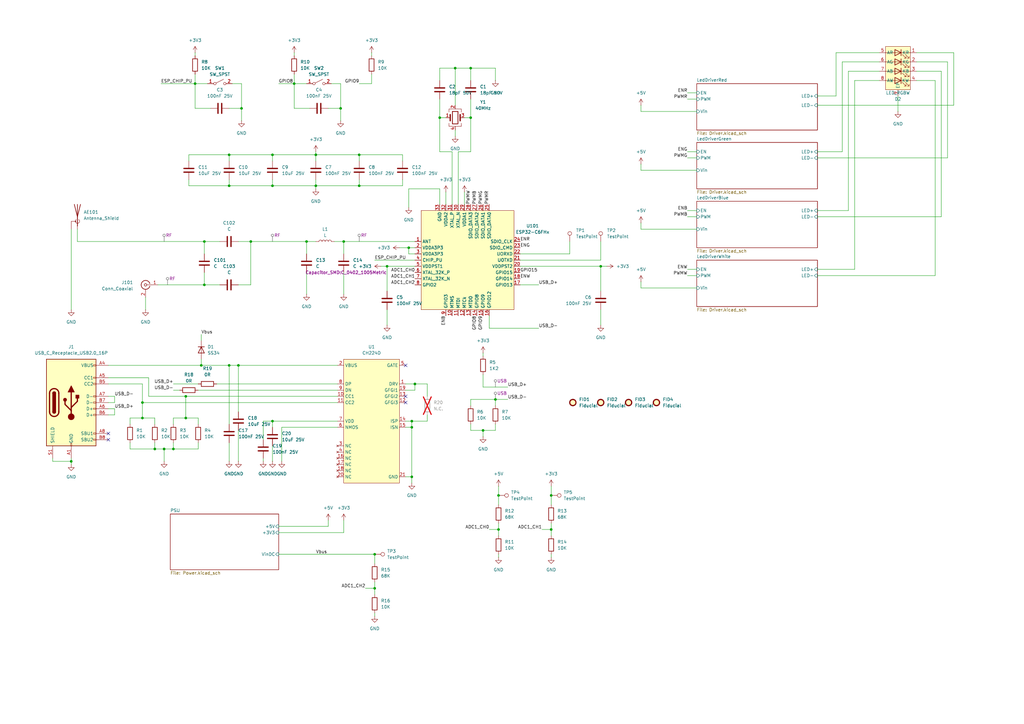
<source format=kicad_sch>
(kicad_sch (version 20250114) (generator "eeschema") (generator_version "9.0")
  (paper "A3")
  (junction (at 93.98 149.86))
  (junction (at 111.76 172.72))
  (junction (at 97.79 149.86))
  (junction (at 29.21 189.23))
  (junction (at 63.5 184.15))
  (junction (at 83.82 116.84))
  (junction (at 129.54 76.2))
  (junction (at 226.06 203.2))
  (junction (at 80.01 34.29))
  (junction (at 204.47 203.2))
  (junction (at 120.65 34.29))
  (junction (at 158.75 109.22))
  (junction (at 139.7 44.45))
  (junction (at 93.98 76.2))
  (junction (at 193.04 48.26))
  (junction (at 99.06 44.45))
  (junction (at 168.91 172.72))
  (junction (at 111.76 63.5))
  (junction (at 226.06 217.17))
  (junction (at 58.42 165.1))
  (junction (at 168.91 175.26))
  (junction (at 153.67 241.3))
  (junction (at 129.54 63.5))
  (junction (at 67.31 184.15))
  (junction (at 147.32 76.2))
  (junction (at 82.55 149.86))
  (junction (at 168.91 195.58))
  (junction (at 193.04 27.94))
  (junction (at 111.76 76.2))
  (junction (at 71.12 184.15))
  (junction (at 58.42 171.45))
  (junction (at 170.18 157.48))
  (junction (at 125.73 99.06))
  (junction (at 153.67 227.33))
  (junction (at 204.47 217.17))
  (junction (at 76.2 171.45))
  (junction (at 147.32 63.5))
  (junction (at 140.97 99.06))
  (junction (at 76.2 162.56))
  (junction (at 102.87 99.06))
  (junction (at 246.38 109.22))
  (junction (at 180.34 48.26))
  (junction (at 167.64 101.6))
  (junction (at 83.82 99.06))
  (junction (at 93.98 63.5))
  (junction (at 186.69 27.94))
  (junction (at 198.12 176.53))
  (junction (at 203.2 163.83))
  (no_connect (at 166.37 149.86))
  (no_connect (at 166.37 162.56))
  (no_connect (at 44.45 180.34))
  (no_connect (at 44.45 177.8))
  (no_connect (at 166.37 165.1))
  (wire (pts (xy 281.94 38.1) (xy 285.75 38.1)))
  (wire (pts (xy 193.04 176.53) (xy 193.04 173.99)))
  (wire (pts (xy 76.2 171.45) (xy 81.28 171.45)))
  (wire (pts (xy 125.73 99.06) (xy 129.54 99.06)))
  (wire (pts (xy 88.9 157.48) (xy 138.43 157.48)))
  (wire (pts (xy 213.36 116.84) (xy 220.98 116.84)))
  (wire (pts (xy 125.73 99.06) (xy 125.73 104.14)))
  (wire (pts (xy 335.28 64.77) (xy 388.62 64.77)))
  (wire (pts (xy 46.99 165.1) (xy 44.45 165.1)))
  (wire (pts (xy 222.25 217.17) (xy 226.06 217.17)))
  (wire (pts (xy 21.59 187.96) (xy 21.59 189.23)))
  (wire (pts (xy 165.1 73.66) (xy 165.1 76.2)))
  (wire (pts (xy 391.16 43.18) (xy 335.28 43.18)))
  (wire (pts (xy 193.04 27.94) (xy 193.04 33.02)))
  (wire (pts (xy 248.92 109.22) (xy 246.38 109.22)))
  (wire (pts (xy 375.92 21.59) (xy 391.16 21.59)))
  (wire (pts (xy 383.54 113.03) (xy 383.54 33.02)))
  (wire (pts (xy 58.42 157.48) (xy 44.45 157.48)))
  (wire (pts (xy 153.67 106.68) (xy 170.18 106.68)))
  (wire (pts (xy 262.89 67.31) (xy 262.89 69.85)))
  (wire (pts (xy 67.31 189.23) (xy 67.31 184.15)))
  (wire (pts (xy 203.2 176.53) (xy 198.12 176.53)))
  (wire (pts (xy 246.38 119.38) (xy 246.38 109.22)))
  (wire (pts (xy 73.66 160.02) (xy 71.12 160.02)))
  (wire (pts (xy 246.38 106.68) (xy 213.36 106.68)))
  (wire (pts (xy 203.2 27.94) (xy 193.04 27.94)))
  (wire (pts (xy 193.04 40.64) (xy 193.04 48.26)))
  (wire (pts (xy 120.65 44.45) (xy 120.65 34.29)))
  (wire (pts (xy 180.34 40.64) (xy 180.34 48.26)))
  (wire (pts (xy 166.37 172.72) (xy 168.91 172.72)))
  (wire (pts (xy 107.95 180.34) (xy 107.95 172.72)))
  (wire (pts (xy 342.9 21.59) (xy 360.68 21.59)))
  (wire (pts (xy 187.96 62.23) (xy 193.04 62.23)))
  (wire (pts (xy 114.3 227.33) (xy 153.67 227.33)))
  (wire (pts (xy 386.08 88.9) (xy 386.08 29.21)))
  (wire (pts (xy 111.76 63.5) (xy 129.54 63.5)))
  (wire (pts (xy 111.76 182.88) (xy 111.76 189.23)))
  (wire (pts (xy 71.12 184.15) (xy 81.28 184.15)))
  (wire (pts (xy 21.59 189.23) (xy 29.21 189.23)))
  (wire (pts (xy 80.01 44.45) (xy 80.01 34.29)))
  (wire (pts (xy 60.96 154.94) (xy 44.45 154.94)))
  (wire (pts (xy 226.06 199.39) (xy 226.06 203.2)))
  (wire (pts (xy 139.7 34.29) (xy 139.7 44.45)))
  (wire (pts (xy 262.89 45.72) (xy 262.89 43.18)))
  (wire (pts (xy 170.18 101.6) (xy 167.64 101.6)))
  (wire (pts (xy 44.45 149.86) (xy 82.55 149.86)))
  (wire (pts (xy 185.42 83.82) (xy 185.42 62.23)))
  (wire (pts (xy 180.34 33.02) (xy 180.34 27.94)))
  (wire (pts (xy 111.76 63.5) (xy 111.76 66.04)))
  (wire (pts (xy 140.97 111.76) (xy 140.97 120.65)))
  (wire (pts (xy 335.28 113.03) (xy 383.54 113.03)))
  (wire (pts (xy 208.28 163.83) (xy 203.2 163.83)))
  (wire (pts (xy 347.98 29.21) (xy 360.68 29.21)))
  (wire (pts (xy 97.79 116.84) (xy 102.87 116.84)))
  (wire (pts (xy 102.87 116.84) (xy 102.87 99.06)))
  (wire (pts (xy 111.76 76.2) (xy 111.76 73.66)))
  (wire (pts (xy 140.97 213.36) (xy 140.97 218.44)))
  (wire (pts (xy 391.16 21.59) (xy 391.16 43.18)))
  (wire (pts (xy 46.99 170.18) (xy 44.45 170.18)))
  (wire (pts (xy 120.65 30.48) (xy 120.65 34.29)))
  (wire (pts (xy 226.06 214.63) (xy 226.06 217.17)))
  (wire (pts (xy 200.66 129.54) (xy 200.66 134.62)))
  (wire (pts (xy 58.42 165.1) (xy 138.43 165.1)))
  (wire (pts (xy 76.2 162.56) (xy 60.96 162.56)))
  (wire (pts (xy 350.52 33.02) (xy 360.68 33.02)))
  (wire (pts (xy 167.64 104.14) (xy 170.18 104.14)))
  (wire (pts (xy 175.26 172.72) (xy 175.26 170.18)))
  (wire (pts (xy 64.77 116.84) (xy 83.82 116.84)))
  (wire (pts (xy 204.47 217.17) (xy 204.47 219.71)))
  (wire (pts (xy 147.32 63.5) (xy 147.32 66.04)))
  (wire (pts (xy 156.21 109.22) (xy 158.75 109.22)))
  (wire (pts (xy 99.06 34.29) (xy 99.06 44.45)))
  (wire (pts (xy 111.76 172.72) (xy 111.76 175.26)))
  (wire (pts (xy 63.5 184.15) (xy 63.5 181.61)))
  (wire (pts (xy 186.69 53.34) (xy 186.69 55.88)))
  (wire (pts (xy 138.43 172.72) (xy 111.76 172.72)))
  (wire (pts (xy 58.42 165.1) (xy 58.42 171.45)))
  (wire (pts (xy 97.79 149.86) (xy 138.43 149.86)))
  (wire (pts (xy 107.95 187.96) (xy 107.95 189.23)))
  (wire (pts (xy 134.62 44.45) (xy 139.7 44.45)))
  (wire (pts (xy 137.16 99.06) (xy 140.97 99.06)))
  (wire (pts (xy 262.89 69.85) (xy 285.75 69.85)))
  (wire (pts (xy 198.12 176.53) (xy 193.04 176.53)))
  (wire (pts (xy 46.99 167.64) (xy 46.99 170.18)))
  (wire (pts (xy 66.04 34.29) (xy 80.01 34.29)))
  (wire (pts (xy 213.36 109.22) (xy 246.38 109.22)))
  (wire (pts (xy 193.04 163.83) (xy 193.04 166.37)))
  (wire (pts (xy 203.2 173.99) (xy 203.2 176.53)))
  (wire (pts (xy 180.34 48.26) (xy 180.34 62.23)))
  (wire (pts (xy 203.2 163.83) (xy 203.2 166.37)))
  (wire (pts (xy 204.47 214.63) (xy 204.47 217.17)))
  (wire (pts (xy 388.62 64.77) (xy 388.62 25.4)))
  (wire (pts (xy 53.34 184.15) (xy 53.34 181.61)))
  (wire (pts (xy 285.75 93.98) (xy 262.89 93.98)))
  (wire (pts (xy 147.32 76.2) (xy 147.32 73.66)))
  (wire (pts (xy 81.28 157.48) (xy 71.12 157.48)))
  (wire (pts (xy 114.3 215.9) (xy 134.62 215.9)))
  (wire (pts (xy 77.47 63.5) (xy 93.98 63.5)))
  (wire (pts (xy 167.64 101.6) (xy 167.64 104.14)))
  (wire (pts (xy 71.12 171.45) (xy 76.2 171.45)))
  (wire (pts (xy 193.04 62.23) (xy 193.04 48.26)))
  (wire (pts (xy 168.91 195.58) (xy 166.37 195.58)))
  (wire (pts (xy 95.25 34.29) (xy 99.06 34.29)))
  (wire (pts (xy 185.42 62.23) (xy 180.34 62.23)))
  (wire (pts (xy 281.94 40.64) (xy 285.75 40.64)))
  (wire (pts (xy 135.89 34.29) (xy 139.7 34.29)))
  (wire (pts (xy 93.98 76.2) (xy 93.98 73.66)))
  (wire (pts (xy 59.69 121.92) (xy 59.69 127)))
  (wire (pts (xy 83.82 99.06) (xy 90.17 99.06)))
  (wire (pts (xy 166.37 175.26) (xy 168.91 175.26)))
  (wire (pts (xy 190.5 78.74) (xy 190.5 83.82)))
  (wire (pts (xy 120.65 21.59) (xy 120.65 22.86)))
  (wire (pts (xy 158.75 119.38) (xy 158.75 109.22)))
  (wire (pts (xy 226.06 217.17) (xy 226.06 219.71)))
  (wire (pts (xy 165.1 66.04) (xy 165.1 63.5)))
  (wire (pts (xy 93.98 76.2) (xy 111.76 76.2)))
  (wire (pts (xy 180.34 48.26) (xy 182.88 48.26)))
  (wire (pts (xy 71.12 184.15) (xy 71.12 181.61)))
  (wire (pts (xy 81.28 171.45) (xy 81.28 173.99)))
  (wire (pts (xy 187.96 83.82) (xy 187.96 62.23)))
  (wire (pts (xy 58.42 165.1) (xy 58.42 157.48)))
  (wire (pts (xy 166.37 157.48) (xy 170.18 157.48)))
  (wire (pts (xy 281.94 110.49) (xy 285.75 110.49)))
  (wire (pts (xy 77.47 73.66) (xy 77.47 76.2)))
  (wire (pts (xy 368.3 39.37) (xy 368.3 45.72)))
  (wire (pts (xy 125.73 111.76) (xy 125.73 120.65)))
  (wire (pts (xy 165.1 76.2) (xy 147.32 76.2)))
  (wire (pts (xy 129.54 76.2) (xy 147.32 76.2)))
  (wire (pts (xy 281.94 62.23) (xy 285.75 62.23)))
  (wire (pts (xy 193.04 48.26) (xy 190.5 48.26)))
  (wire (pts (xy 342.9 39.37) (xy 342.9 21.59)))
  (wire (pts (xy 111.76 76.2) (xy 129.54 76.2)))
  (wire (pts (xy 198.12 144.78) (xy 198.12 146.05)))
  (wire (pts (xy 29.21 187.96) (xy 29.21 189.23)))
  (wire (pts (xy 114.3 34.29) (xy 120.65 34.29)))
  (wire (pts (xy 208.28 158.75) (xy 198.12 158.75)))
  (wire (pts (xy 347.98 86.36) (xy 347.98 29.21)))
  (wire (pts (xy 129.54 63.5) (xy 129.54 66.04)))
  (wire (pts (xy 204.47 203.2) (xy 204.47 207.01)))
  (wire (pts (xy 83.82 104.14) (xy 83.82 99.06)))
  (wire (pts (xy 29.21 189.23) (xy 29.21 190.5)))
  (wire (pts (xy 200.66 134.62) (xy 220.98 134.62)))
  (wire (pts (xy 67.31 184.15) (xy 71.12 184.15)))
  (wire (pts (xy 147.32 34.29) (xy 152.4 34.29)))
  (wire (pts (xy 120.65 34.29) (xy 125.73 34.29)))
  (wire (pts (xy 165.1 63.5) (xy 147.32 63.5)))
  (wire (pts (xy 97.79 176.53) (xy 97.79 189.23)))
  (wire (pts (xy 82.55 137.16) (xy 82.55 139.7)))
  (wire (pts (xy 281.94 64.77) (xy 285.75 64.77)))
  (wire (pts (xy 29.21 93.98) (xy 29.21 127)))
  (wire (pts (xy 149.86 241.3) (xy 153.67 241.3)))
  (wire (pts (xy 46.99 162.56) (xy 46.99 165.1)))
  (wire (pts (xy 345.44 62.23) (xy 345.44 25.4)))
  (wire (pts (xy 246.38 127) (xy 246.38 133.35)))
  (wire (pts (xy 388.62 25.4) (xy 375.92 25.4)))
  (wire (pts (xy 281.94 88.9) (xy 285.75 88.9)))
  (wire (pts (xy 90.17 116.84) (xy 83.82 116.84)))
  (wire (pts (xy 285.75 45.72) (xy 262.89 45.72)))
  (wire (pts (xy 335.28 88.9) (xy 386.08 88.9)))
  (wire (pts (xy 31.75 99.06) (xy 83.82 99.06)))
  (wire (pts (xy 53.34 171.45) (xy 58.42 171.45)))
  (wire (pts (xy 152.4 21.59) (xy 152.4 22.86)))
  (wire (pts (xy 281.94 86.36) (xy 285.75 86.36)))
  (wire (pts (xy 76.2 162.56) (xy 138.43 162.56)))
  (wire (pts (xy 180.34 77.47) (xy 167.64 77.47)))
  (wire (pts (xy 163.83 101.6) (xy 167.64 101.6)))
  (wire (pts (xy 53.34 184.15) (xy 63.5 184.15)))
  (wire (pts (xy 158.75 127) (xy 158.75 133.35)))
  (wire (pts (xy 186.69 27.94) (xy 193.04 27.94)))
  (wire (pts (xy 246.38 99.06) (xy 246.38 106.68)))
  (wire (pts (xy 93.98 63.5) (xy 111.76 63.5)))
  (wire (pts (xy 83.82 116.84) (xy 83.82 111.76)))
  (wire (pts (xy 93.98 149.86) (xy 97.79 149.86)))
  (wire (pts (xy 262.89 93.98) (xy 262.89 91.44)))
  (wire (pts (xy 102.87 99.06) (xy 125.73 99.06)))
  (wire (pts (xy 76.2 162.56) (xy 76.2 171.45)))
  (wire (pts (xy 114.3 218.44) (xy 140.97 218.44)))
  (wire (pts (xy 107.95 172.72) (xy 111.76 172.72)))
  (wire (pts (xy 97.79 149.86) (xy 97.79 168.91)))
  (wire (pts (xy 99.06 44.45) (xy 99.06 49.53)))
  (wire (pts (xy 281.94 113.03) (xy 285.75 113.03)))
  (wire (pts (xy 82.55 147.32) (xy 82.55 149.86)))
  (wire (pts (xy 226.06 227.33) (xy 226.06 228.6)))
  (wire (pts (xy 203.2 163.83) (xy 193.04 163.83)))
  (wire (pts (xy 60.96 162.56) (xy 60.96 154.94)))
  (wire (pts (xy 153.67 238.76) (xy 153.67 241.3)))
  (wire (pts (xy 383.54 33.02) (xy 375.92 33.02)))
  (wire (pts (xy 186.69 27.94) (xy 186.69 43.18)))
  (wire (pts (xy 226.06 203.2) (xy 226.06 207.01)))
  (wire (pts (xy 93.98 63.5) (xy 93.98 66.04)))
  (wire (pts (xy 129.54 76.2) (xy 129.54 77.47)))
  (wire (pts (xy 335.28 62.23) (xy 345.44 62.23)))
  (wire (pts (xy 204.47 199.39) (xy 204.47 203.2)))
  (wire (pts (xy 86.36 44.45) (xy 80.01 44.45)))
  (wire (pts (xy 140.97 104.14) (xy 140.97 99.06)))
  (wire (pts (xy 180.34 83.82) (xy 180.34 77.47)))
  (wire (pts (xy 77.47 76.2) (xy 93.98 76.2)))
  (wire (pts (xy 175.26 162.56) (xy 175.26 157.48)))
  (wire (pts (xy 80.01 21.59) (xy 80.01 22.86)))
  (wire (pts (xy 31.75 99.06) (xy 31.75 93.98)))
  (wire (pts (xy 138.43 175.26) (xy 115.57 175.26)))
  (wire (pts (xy 58.42 171.45) (xy 63.5 171.45)))
  (wire (pts (xy 350.52 110.49) (xy 350.52 33.02)))
  (wire (pts (xy 198.12 176.53) (xy 198.12 179.07)))
  (wire (pts (xy 134.62 213.36) (xy 134.62 215.9)))
  (wire (pts (xy 44.45 167.64) (xy 46.99 167.64)))
  (wire (pts (xy 129.54 76.2) (xy 129.54 73.66)))
  (wire (pts (xy 80.01 30.48) (xy 80.01 34.29)))
  (wire (pts (xy 170.18 157.48) (xy 170.18 160.02)))
  (wire (pts (xy 168.91 175.26) (xy 168.91 195.58)))
  (wire (pts (xy 153.67 251.46) (xy 153.67 252.73)))
  (wire (pts (xy 335.28 86.36) (xy 347.98 86.36)))
  (wire (pts (xy 129.54 63.5) (xy 147.32 63.5)))
  (wire (pts (xy 233.68 104.14) (xy 233.68 99.06)))
  (wire (pts (xy 204.47 227.33) (xy 204.47 228.6)))
  (wire (pts (xy 153.67 241.3) (xy 153.67 243.84)))
  (wire (pts (xy 167.64 77.47) (xy 167.64 85.09)))
  (wire (pts (xy 63.5 171.45) (xy 63.5 173.99)))
  (wire (pts (xy 213.36 104.14) (xy 233.68 104.14)))
  (wire (pts (xy 93.98 181.61) (xy 93.98 189.23)))
  (wire (pts (xy 82.55 149.86) (xy 93.98 149.86)))
  (wire (pts (xy 335.28 110.49) (xy 350.52 110.49)))
  (wire (pts (xy 203.2 33.02) (xy 203.2 27.94)))
  (wire (pts (xy 153.67 227.33) (xy 153.67 231.14)))
  (wire (pts (xy 168.91 172.72) (xy 175.26 172.72)))
  (wire (pts (xy 262.89 118.11) (xy 262.89 115.57)))
  (wire (pts (xy 198.12 158.75) (xy 198.12 153.67)))
  (wire (pts (xy 170.18 160.02) (xy 166.37 160.02)))
  (wire (pts (xy 71.12 171.45) (xy 71.12 173.99)))
  (wire (pts (xy 77.47 66.04) (xy 77.47 63.5)))
  (wire (pts (xy 80.01 34.29) (xy 85.09 34.29)))
  (wire (pts (xy 140.97 99.06) (xy 170.18 99.06)))
  (wire (pts (xy 168.91 172.72) (xy 168.91 175.26)))
  (wire (pts (xy 175.26 157.48) (xy 170.18 157.48)))
  (wire (pts (xy 152.4 34.29) (xy 152.4 30.48)))
  (wire (pts (xy 285.75 118.11) (xy 262.89 118.11)))
  (wire (pts (xy 115.57 175.26) (xy 115.57 189.23)))
  (wire (pts (xy 375.92 29.21) (xy 386.08 29.21)))
  (wire (pts (xy 93.98 44.45) (xy 99.06 44.45)))
  (wire (pts (xy 53.34 171.45) (xy 53.34 173.99)))
  (wire (pts (xy 335.28 39.37) (xy 342.9 39.37)))
  (wire (pts (xy 168.91 198.12) (xy 168.91 195.58)))
  (wire (pts (xy 93.98 149.86) (xy 93.98 173.99)))
  (wire (pts (xy 129.54 62.23) (xy 129.54 63.5)))
  (wire (pts (xy 182.88 78.74) (xy 182.88 83.82)))
  (wire (pts (xy 44.45 162.56) (xy 46.99 162.56)))
  (wire (pts (xy 81.28 184.15) (xy 81.28 181.61)))
  (wire (pts (xy 81.28 160.02) (xy 138.43 160.02)))
  (wire (pts (xy 63.5 184.15) (xy 67.31 184.15)))
  (wire (pts (xy 139.7 44.45) (xy 139.7 49.53)))
  (wire (pts (xy 158.75 109.22) (xy 170.18 109.22)))
  (wire (pts (xy 345.44 25.4) (xy 360.68 25.4)))
  (wire (pts (xy 97.79 99.06) (xy 102.87 99.06)))
  (wire (pts (xy 200.66 217.17) (xy 204.47 217.17)))
  (wire (pts (xy 180.34 27.94) (xy 186.69 27.94)))
  (wire (pts (xy 127 44.45) (xy 120.65 44.45)))
  (label "USB_D+" (at 71.12 157.48 180))
  (label "GPIO9" (at 147.32 34.29 180))
  (label "ADC1_CH2" (at 149.86 241.3 180))
  (label "ESP_CHIP_PU" (at 66.04 34.29 0))
  (label "USB_D-" (at 71.12 160.02 180))
  (label "GPIO9" (at 198.12 129.54 270))
  (label "USB_D-" (at 220.98 134.62 0))
  (label "GPIO15" (at 213.36 111.76 0))
  (label "ENB" (at 281.94 86.36 180))
  (label "Vbus" (at 129.54 227.33 0))
  (label "PWMG" (at 281.94 64.77 180))
  (label "ADC1_CH0" (at 170.18 111.76 180))
  (label "PWMW" (at 193.04 83.82 90))
  (label "ENG" (at 213.36 101.6 0))
  (label "ENW" (at 213.36 114.3 0))
  (label "ADC1_CH1" (at 222.25 217.17 180))
  (label "ENW" (at 281.94 110.49 180))
  (label "ENB" (at 182.88 129.54 270))
  (label "USB_D-" (at 46.99 162.56 0))
  (label "PWMB" (at 281.94 88.9 180))
  (label "GPIO8" (at 195.58 129.54 270))
  (label "PWMB" (at 195.58 83.82 90))
  (label "PWMR" (at 281.94 40.64 180))
  (label "USB_D+" (at 208.28 158.75 0))
  (label "ENR" (at 281.94 38.1 180))
  (label "GPIO8" (at 114.3 34.29 0))
  (label "ADC1_CH1" (at 170.18 114.3 180))
  (label "ENG" (at 281.94 62.23 180))
  (label "ESP_CHIP_PU" (at 153.67 106.68 0))
  (label "PWMW" (at 281.94 113.03 180))
  (label "USB_D-" (at 208.28 163.83 0))
  (label "ENR" (at 213.36 99.06 0))
  (label "USB_D+" (at 46.99 167.64 0))
  (label "PWMG" (at 198.12 83.82 90))
  (label "ADC1_CH2" (at 170.18 116.84 180))
  (label "USB_D+" (at 220.98 116.84 0))
  (label "ADC1_CH0" (at 200.66 217.17 180))
  (label "PWMR" (at 200.66 83.82 90))
  (label "Vbus" (at 82.55 137.16 0))
  (netclass_flag "" (length 2.54) (shape round) (at 68.7135 116.84 0) (property "Netclass" "RF" (at 69.412 114.3 0) (effects (justify left))))
  (netclass_flag "" (length 2.54) (shape round) (at 147.32 99.06 0) (property "Netclass" "RF" (at 148.0185 96.52 0) (effects (justify left))))
  (netclass_flag "" (length 2.54) (shape round) (at 111.76 99.06 0) (property "Netclass" "RF" (at 112.4585 96.52 0) (effects (justify left))))
  (netclass_flag "" (length 2.54) (shape round) (at 203.2 163.83 0) (property "Netclass" "USB" (at 203.8985 161.29 0) (effects (justify left))))
  (netclass_flag "" (length 2.54) (shape round) (at 67.31 99.06 0) (property "Netclass" "RF" (at 68.0085 96.52 0) (effects (justify left))))
  (netclass_flag "" (length 2.54) (shape round) (at 203.2 158.75 0) (property "Netclass" "USB" (at 203.8985 156.21 0) (effects (justify left))))
  (symbol (lib_id "Device:R") (at 204.47 210.82 180) (unit 1)
    (property "Reference" "R12" (at 207.01 209.5499 0) (effects (justify right)))
    (property "Value" "68K" (at 207.01 212.0899 0) (effects (justify right)))
    (property "Footprint" "Resistor_SMD:R_0402_1005Metric" (effects (hide yes)))
    (property "Description" "Resistor" (effects (hide yes)))
  )
  (symbol (lib_id "power:GND") (at 167.64 85.09 0) (unit 1)
    (property "Reference" "#PWR0107" (effects (hide yes)))
    (property "Value" "GND" (at 167.64 90.17 0))
    (property "Description" "Power symbol creates a global label with name \"GND\" , ground" (effects (hide yes)))
  )
  (symbol (lib_id "power:GND") (at 29.21 190.5 0) (unit 1)
    (property "Reference" "#PWR09" (effects (hide yes)))
    (property "Value" "GND" (at 29.21 195.58 0))
    (property "Description" "Power symbol creates a global label with name \"GND\" , ground" (effects (hide yes)))
  )
  (symbol (lib_id "power:+5V") (at 134.62 213.36 0) (unit 1)
    (property "Reference" "#PWR01" (effects (hide yes)))
    (property "Value" "+5V" (at 134.62 208.28 0))
    (property "Description" "Power symbol creates a global label with name \"+5V\"" (effects (hide yes)))
  )
  (symbol (lib_id "Connector:TestPoint") (at 233.68 99.06 0) (unit 1)
    (property "Reference" "TP1" (at 236.22 94.4879 0) (effects (justify left)))
    (property "Value" "TestPoint" (at 236.22 97.0279 0) (effects (justify left)))
    (property "Footprint" "TestPoint:TestPoint_Pad_D1.0mm" (effects (hide yes)))
    (property "Description" "test point" (effects (hide yes)))
  )
  (symbol (lib_id "Device:R") (at 63.5 177.8 180) (unit 1)
    (property "Reference" "R2" (at 66.04 176.5299 0) (effects (justify right)))
    (property "Value" "10K" (at 66.04 179.0699 0) (effects (justify right)))
    (property "Footprint" "Resistor_SMD:R_0402_1005Metric" (effects (hide yes)))
    (property "Description" "Resistor" (effects (hide yes)))
  )
  (symbol (lib_id "Device:C") (at 180.34 36.83 0) (unit 1)
    (property "Reference" "C2" (at 184.15 35.5599 0) (effects (justify left)))
    (property "Value" "18pF 50V" (at 184.15 38.0999 0) (effects (justify left)))
    (property "Footprint" "Capacitor_SMD:C_0402_1005Metric" (effects (hide yes)))
    (property "Description" "Unpolarized capacitor" (effects (hide yes)))
  )
  (symbol (lib_id "power:GND") (at 111.76 189.23 0) (unit 1)
    (property "Reference" "#PWR038" (effects (hide yes)))
    (property "Value" "GND" (at 111.76 194.31 0))
    (property "Description" "Power symbol creates a global label with name \"GND\" , ground" (effects (hide yes)))
  )
  (symbol (lib_id "1CustomFootprints:CH224D") (at 148.59 157.48 0) (unit 1)
    (property "Reference" "U1" (at 152.4 142.24 0))
    (property "Value" "CH224D" (at 152.4 144.78 0))
    (property "Footprint" "Package_DFN_QFN:QFN-20-1EP_3x3mm_P0.4mm_EP1.65x1.65mm_ThermalVias" (effects (hide yes)))
  )
  (symbol (lib_id "Device:C") (at 140.97 107.95 0) (unit 1)
    (property "Reference" "C14" (at 144.78 106.6799 0) (effects (justify left)))
    (property "Value" "C" (at 144.78 109.2199 0) (effects (justify left)))
    (property "Footprint" "Capacitor_SMD:C_0402_1005Metric" (at 141.9352 111.76 0))
    (property "Description" "Unpolarized capacitor" (effects (hide yes)))
  )
  (symbol (lib_id "power:+3V3") (at 140.97 213.36 0) (unit 1)
    (property "Reference" "#PWR02" (effects (hide yes)))
    (property "Value" "+3V3" (at 140.97 208.28 0))
    (property "Description" "Power symbol creates a global label with name \"+3V3\"" (effects (hide yes)))
  )
  (symbol (lib_id "Device:R") (at 153.67 247.65 180) (unit 1)
    (property "Reference" "R16" (at 156.21 246.3799 0) (effects (justify right)))
    (property "Value" "10K" (at 156.21 248.9199 0) (effects (justify right)))
    (property "Footprint" "Resistor_SMD:R_0402_1005Metric" (effects (hide yes)))
    (property "Description" "Resistor" (effects (hide yes)))
  )
  (symbol (lib_id "power:+3V3") (at 248.92 109.22 270) (mirror x) (unit 1)
    (property "Reference" "#PWR024" (effects (hide yes)))
    (property "Value" "+3V3" (at 252.73 109.2199 90) (effects (justify left)))
    (property "Description" "Power symbol creates a global label with name \"+3V3\"" (effects (hide yes)))
  )
  (symbol (lib_id "power:+3V3") (at 163.83 101.6 90) (unit 1)
    (property "Reference" "#PWR011" (effects (hide yes)))
    (property "Value" "+3V3" (at 160.02 101.5999 90) (effects (justify left)))
    (property "Description" "Power symbol creates a global label with name \"+3V3\"" (effects (hide yes)))
  )
  (symbol (lib_id "Device:R") (at 175.26 166.37 0) (unit 1) (dnp yes)
    (property "Reference" "R20" (at 177.8 165.0999 0) (effects (justify left)))
    (property "Value" "N.C." (at 177.8 167.6399 0) (effects (justify left)))
    (property "Footprint" "Resistor_SMD:R_0402_1005Metric" (effects (hide yes)))
    (property "Description" "Resistor" (effects (hide yes)))
  )
  (symbol (lib_id "power:GND") (at 204.47 228.6 0) (unit 1)
    (property "Reference" "#PWR028" (effects (hide yes)))
    (property "Value" "GND" (at 204.47 233.68 0))
    (property "Description" "Power symbol creates a global label with name \"GND\" , ground" (effects (hide yes)))
  )
  (symbol (lib_id "Device:C") (at 107.95 184.15 0) (unit 1)
    (property "Reference" "C19" (at 111.76 182.8799 0) (effects (justify left)))
    (property "Value" "100nF 25V" (at 111.76 185.4199 0) (effects (justify left)))
    (property "Footprint" "Capacitor_SMD:C_0402_1005Metric" (effects (hide yes)))
    (property "Description" "Unpolarized capacitor" (effects (hide yes)))
  )
  (symbol (lib_id "Device:C") (at 125.73 107.95 0) (unit 1)
    (property "Reference" "C13" (at 129.54 106.6799 0) (effects (justify left)))
    (property "Value" "C" (at 129.54 109.2199 0) (effects (justify left)))
    (property "Footprint" "Capacitor_SMD:C_0402_1005Metric" (effects (hide yes)))
    (property "Description" "Unpolarized capacitor" (effects (hide yes)))
  )
  (symbol (lib_id "Connector:TestPoint") (at 204.47 203.2 270) (unit 1)
    (property "Reference" "TP4" (at 209.55 201.9299 90) (effects (justify left)))
    (property "Value" "TestPoint" (at 209.55 204.4699 90) (effects (justify left)))
    (property "Footprint" "TestPoint:TestPoint_Pad_D1.0mm" (effects (hide yes)))
    (property "Description" "test point" (effects (hide yes)))
  )
  (symbol (lib_id "Device:C") (at 158.75 123.19 0) (unit 1)
    (property "Reference" "C5" (at 162.56 121.9199 0) (effects (justify left)))
    (property "Value" "100nF 25V" (at 162.56 124.4599 0) (effects (justify left)))
    (property "Footprint" "Capacitor_SMD:C_0402_1005Metric" (effects (hide yes)))
    (property "Description" "Unpolarized capacitor" (effects (hide yes)))
  )
  (symbol (lib_id "Device:R") (at 53.34 177.8 180) (unit 1)
    (property "Reference" "R1" (at 55.88 176.5299 0) (effects (justify right)))
    (property "Value" "10K" (at 55.88 179.0699 0) (effects (justify right)))
    (property "Footprint" "Resistor_SMD:R_0402_1005Metric" (effects (hide yes)))
    (property "Description" "Resistor" (effects (hide yes)))
  )
  (symbol (lib_id "power:GND") (at 246.38 133.35 0) (mirror y) (unit 1)
    (property "Reference" "#PWR025" (effects (hide yes)))
    (property "Value" "GND" (at 246.38 138.43 0))
    (property "Description" "Power symbol creates a global label with name \"GND\" , ground" (effects (hide yes)))
  )
  (symbol (lib_id "Device:C") (at 93.98 116.84 90) (unit 1)
    (property "Reference" "C103" (at 93.98 109.22 90))
    (property "Value" "C" (at 93.98 111.76 90))
    (property "Footprint" "Capacitor_SMD:C_0402_1005Metric" (effects (hide yes)))
    (property "Description" "Unpolarized capacitor" (effects (hide yes)))
  )
  (symbol (lib_id "Connector:TestPoint") (at 246.38 99.06 0) (unit 1)
    (property "Reference" "TP2" (at 248.92 94.4879 0) (effects (justify left)))
    (property "Value" "TestPoint" (at 248.92 97.0279 0) (effects (justify left)))
    (property "Footprint" "TestPoint:TestPoint_Pad_D1.0mm" (effects (hide yes)))
    (property "Description" "test point" (effects (hide yes)))
  )
  (symbol (lib_id "power:+3V3") (at 156.21 109.22 90) (unit 1)
    (property "Reference" "#PWR022" (effects (hide yes)))
    (property "Value" "+3V3" (at 152.4 109.2199 90) (effects (justify left)))
    (property "Description" "Power symbol creates a global label with name \"+3V3\"" (effects (hide yes)))
  )
  (symbol (lib_id "power:+3V3") (at 129.54 62.23 0) (unit 1)
    (property "Reference" "#PWR031" (effects (hide yes)))
    (property "Value" "+3V3" (at 129.54 57.15 0))
    (property "Description" "Power symbol creates a global label with name \"+3V3\"" (effects (hide yes)))
  )
  (symbol (lib_id "Device:Crystal_GND24") (at 186.69 48.26 0) (unit 1)
    (property "Reference" "Y1" (at 198.12 41.8398 0))
    (property "Value" "40MHz" (at 198.12 44.3798 0))
    (property "Footprint" "Crystal:Crystal_SMD_3225-4Pin_3.2x2.5mm_HandSoldering" (effects (hide yes)))
    (property "Description" "Four pin crystal, GND on pins 2 and 4" (effects (hide yes)))
    (property "MPN" "C37635388" (effects (hide yes)))
  )
  (symbol (lib_id "Device:C") (at 93.98 69.85 0) (unit 1)
    (property "Reference" "C10" (at 97.79 68.5799 0) (effects (justify left)))
    (property "Value" "10uF 25V" (at 97.79 71.1199 0) (effects (justify left)))
    (property "Footprint" "Capacitor_SMD:C_0805_2012Metric" (effects (hide yes)))
    (property "Description" "Unpolarized capacitor" (effects (hide yes)))
  )
  (symbol (lib_id "power:GND") (at 115.57 189.23 0) (unit 1)
    (property "Reference" "#PWR039" (effects (hide yes)))
    (property "Value" "GND" (at 115.57 194.31 0))
    (property "Description" "Power symbol creates a global label with name \"GND\" , ground" (effects (hide yes)))
  )
  (symbol (lib_id "power:GND") (at 139.7 49.53 0) (unit 1)
    (property "Reference" "#PWR020" (effects (hide yes)))
    (property "Value" "GND" (at 139.7 54.61 0))
    (property "Description" "Power symbol creates a global label with name \"GND\" , ground" (effects (hide yes)))
  )
  (symbol (lib_id "power:+5V") (at 262.89 67.31 0) (unit 1)
    (property "Reference" "#PWR04" (effects (hide yes)))
    (property "Value" "+5V" (at 262.89 62.23 0))
    (property "Description" "Power symbol creates a global label with name \"+5V\"" (effects (hide yes)))
  )
  (symbol (lib_id "power:GND") (at 97.79 189.23 0) (unit 1)
    (property "Reference" "#PWR034" (effects (hide yes)))
    (property "Value" "GND" (at 97.79 194.31 0))
    (property "Description" "Power symbol creates a global label with name \"GND\" , ground" (effects (hide yes)))
  )
  (symbol (lib_id "Device:C") (at 77.47 69.85 0) (unit 1)
    (property "Reference" "C11" (at 81.28 68.5799 0) (effects (justify left)))
    (property "Value" "10uF 25V" (at 81.28 71.1199 0) (effects (justify left)))
    (property "Footprint" "Capacitor_SMD:C_0805_2012Metric" (effects (hide yes)))
    (property "Description" "Unpolarized capacitor" (effects (hide yes)))
  )
  (symbol (lib_id "Device:R") (at 81.28 177.8 180) (unit 1)
    (property "Reference" "R4" (at 83.82 176.5299 0) (effects (justify right)))
    (property "Value" "10K" (at 83.82 179.0699 0) (effects (justify right)))
    (property "Footprint" "Resistor_SMD:R_0402_1005Metric" (effects (hide yes)))
    (property "Description" "Resistor" (effects (hide yes)))
  )
  (symbol (lib_id "power:GND") (at 107.95 189.23 0) (unit 1)
    (property "Reference" "#PWR035" (effects (hide yes)))
    (property "Value" "GND" (at 107.95 194.31 0))
    (property "Description" "Power symbol creates a global label with name \"GND\" , ground" (effects (hide yes)))
  )
  (symbol (lib_id "Device:R") (at 226.06 210.82 180) (unit 1)
    (property "Reference" "R13" (at 228.6 209.5499 0) (effects (justify right)))
    (property "Value" "68K" (at 228.6 212.0899 0) (effects (justify right)))
    (property "Footprint" "Resistor_SMD:R_0402_1005Metric" (effects (hide yes)))
    (property "Description" "Resistor" (effects (hide yes)))
  )
  (symbol (lib_id "power:GND") (at 93.98 189.23 0) (unit 1)
    (property "Reference" "#PWR08" (effects (hide yes)))
    (property "Value" "GND" (at 93.98 194.31 0))
    (property "Description" "Power symbol creates a global label with name \"GND\" , ground" (effects (hide yes)))
  )
  (symbol (lib_id "power:+5V") (at 204.47 199.39 0) (unit 1)
    (property "Reference" "#PWR026" (effects (hide yes)))
    (property "Value" "+5V" (at 204.47 194.31 0))
    (property "Description" "Power symbol creates a global label with name \"+5V\"" (effects (hide yes)))
  )
  (symbol (lib_id "power:GND") (at 99.06 49.53 0) (unit 1)
    (property "Reference" "#PWR018" (effects (hide yes)))
    (property "Value" "GND" (at 99.06 54.61 0))
    (property "Description" "Power symbol creates a global label with name \"GND\" , ground" (effects (hide yes)))
  )
  (symbol (lib_id "Device:C") (at 90.17 44.45 270) (unit 1)
    (property "Reference" "C3" (at 90.17 36.83 90))
    (property "Value" "100nF 25V" (at 90.17 39.37 90))
    (property "Footprint" "Capacitor_SMD:C_0402_1005Metric" (effects (hide yes)))
    (property "Description" "Unpolarized capacitor" (effects (hide yes)))
  )
  (symbol (lib_id "power:+5V") (at 262.89 43.18 0) (unit 1)
    (property "Reference" "#PWR03" (effects (hide yes)))
    (property "Value" "+5V" (at 262.89 38.1 0))
    (property "Description" "Power symbol creates a global label with name \"+5V\"" (effects (hide yes)))
  )
  (symbol (lib_id "power:GND") (at 198.12 179.07 0) (unit 1)
    (property "Reference" "#PWR012" (effects (hide yes)))
    (property "Value" "GND" (at 198.12 184.15 0))
    (property "Description" "Power symbol creates a global label with name \"GND\" , ground" (effects (hide yes)))
  )
  (symbol (lib_id "Device:R") (at 71.12 177.8 180) (unit 1)
    (property "Reference" "R3" (at 73.66 176.5299 0) (effects (justify right)))
    (property "Value" "10K" (at 73.66 179.0699 0) (effects (justify right)))
    (property "Footprint" "Resistor_SMD:R_0402_1005Metric" (effects (hide yes)))
    (property "Description" "Resistor" (effects (hide yes)))
  )
  (symbol (lib_id "Device:R") (at 203.2 170.18 180) (unit 1)
    (property "Reference" "R7" (at 205.74 168.9099 0) (effects (justify right)))
    (property "Value" "10K" (at 205.74 171.4499 0) (effects (justify right)))
    (property "Footprint" "Resistor_SMD:R_0402_1005Metric" (effects (hide yes)))
    (property "Description" "Resistor" (effects (hide yes)))
  )
  (symbol (lib_id "Switch:SW_SPST") (at 130.81 34.29 0) (unit 1)
    (property "Reference" "SW2" (at 130.81 27.94 0))
    (property "Value" "SW_SPST" (at 130.81 30.48 0))
    (property "Footprint" "1CustomFootprints:TS1101A26025" (effects (hide yes)))
    (property "Description" "Single Pole Single Throw (SPST) switch" (effects (hide yes)))
    (property "MPN" "GT-TC034A-H025-L1NB" (effects (hide yes)))
  )
  (symbol (lib_id "Device:R") (at 120.65 26.67 0) (unit 1)
    (property "Reference" "R10" (at 123.19 25.3999 0) (effects (justify left)))
    (property "Value" "10K" (at 123.19 27.9399 0) (effects (justify left)))
    (property "Footprint" "Resistor_SMD:R_0402_1005Metric" (effects (hide yes)))
    (property "Description" "Resistor" (effects (hide yes)))
  )
  (symbol (lib_id "Device:C") (at 246.38 123.19 0) (mirror y) (unit 1)
    (property "Reference" "C6" (at 242.57 121.9199 0) (effects (justify left)))
    (property "Value" "100nF 25V" (at 242.57 124.4599 0) (effects (justify left)))
    (property "Footprint" "Capacitor_SMD:C_0402_1005Metric" (effects (hide yes)))
    (property "Description" "Unpolarized capacitor" (effects (hide yes)))
  )
  (symbol (lib_id "power:GND") (at 203.2 33.02 0) (unit 1)
    (property "Reference" "#PWR014" (effects (hide yes)))
    (property "Value" "GND" (at 203.2 38.1 0))
    (property "Description" "Power symbol creates a global label with name \"GND\" , ground" (effects (hide yes)))
  )
  (symbol (lib_id "Mechanical:Fiducial") (at 246.38 165.1 0) (unit 1) (in_bom no)
    (property "Reference" "FID2" (at 248.92 163.8299 0) (effects (justify left)))
    (property "Value" "Fiducial" (at 248.92 166.3699 0) (effects (justify left)))
    (property "Footprint" "VE_misc:FIDUCIAL_Diameter_1mm" (effects (hide yes)))
    (property "Description" "Fiducial Marker" (effects (hide yes)))
  )
  (symbol (lib_id "power:GND") (at 168.91 198.12 0) (unit 1)
    (property "Reference" "#PWR040" (effects (hide yes)))
    (property "Value" "GND" (at 168.91 203.2 0))
    (property "Description" "Power symbol creates a global label with name \"GND\" , ground" (effects (hide yes)))
  )
  (symbol (lib_id "Connector:TestPoint") (at 153.67 227.33 270) (unit 1)
    (property "Reference" "TP3" (at 158.75 226.0599 90) (effects (justify left)))
    (property "Value" "TestPoint" (at 158.75 228.5999 90) (effects (justify left)))
    (property "Footprint" "TestPoint:TestPoint_Pad_D1.0mm" (effects (hide yes)))
    (property "Description" "test point" (effects (hide yes)))
  )
  (symbol (lib_id "Mechanical:Fiducial") (at 269.24 165.1 0) (unit 1) (in_bom no)
    (property "Reference" "FID4" (at 271.78 163.8299 0) (effects (justify left)))
    (property "Value" "Fiducial" (at 271.78 166.3699 0) (effects (justify left)))
    (property "Footprint" "VE_misc:FIDUCIAL_Diameter_1mm" (effects (hide yes)))
    (property "Description" "Fiducial Marker" (effects (hide yes)))
  )
  (symbol (lib_id "power:GND") (at 186.69 55.88 0) (unit 1)
    (property "Reference" "#PWR013" (effects (hide yes)))
    (property "Value" "GND" (at 186.69 60.96 0))
    (property "Description" "Power symbol creates a global label with name \"GND\" , ground" (effects (hide yes)))
  )
  (symbol (lib_id "Device:C") (at 130.81 44.45 270) (unit 1)
    (property "Reference" "C4" (at 130.81 36.83 90))
    (property "Value" "100nF 25V" (at 130.81 39.37 90))
    (property "Footprint" "Capacitor_SMD:C_0402_1005Metric" (effects (hide yes)))
    (property "Description" "Unpolarized capacitor" (effects (hide yes)))
  )
  (symbol (lib_id "power:GND") (at 67.31 189.23 0) (unit 1)
    (property "Reference" "#PWR07" (effects (hide yes)))
    (property "Value" "GND" (at 67.31 194.31 0))
    (property "Description" "Power symbol creates a global label with name \"GND\" , ground" (effects (hide yes)))
  )
  (symbol (lib_id "power:+3V3") (at 198.12 144.78 0) (unit 1)
    (property "Reference" "#PWR010" (effects (hide yes)))
    (property "Value" "+3V3" (at 198.12 139.7 0))
    (property "Description" "Power symbol creates a global label with name \"+3V3\"" (effects (hide yes)))
  )
  (symbol (lib_id "power:+3V3") (at 226.06 199.39 0) (unit 1)
    (property "Reference" "#PWR027" (effects (hide yes)))
    (property "Value" "+3V3" (at 226.06 194.31 0))
    (property "Description" "Power symbol creates a global label with name \"+3V3\"" (effects (hide yes)))
  )
  (symbol (lib_id "power:GND") (at 368.3 45.72 0) (mirror y) (unit 1)
    (property "Reference" "#PWR033" (effects (hide yes)))
    (property "Value" "GND" (at 368.3 50.8 0))
    (property "Description" "Power symbol creates a global label with name \"GND\" , ground" (effects (hide yes)))
  )
  (symbol (lib_id "Device:R") (at 198.12 149.86 0) (unit 1)
    (property "Reference" "R5" (at 200.66 148.5899 0) (effects (justify left)))
    (property "Value" "1K2" (at 200.66 151.1299 0) (effects (justify left)))
    (property "Footprint" "Resistor_SMD:R_0402_1005Metric" (effects (hide yes)))
    (property "Description" "Resistor" (effects (hide yes)))
  )
  (symbol (lib_id "Mechanical:Fiducial") (at 234.95 165.1 0) (unit 1) (in_bom no)
    (property "Reference" "FID1" (at 237.49 163.8299 0) (effects (justify left)))
    (property "Value" "Fiducial" (at 237.49 166.3699 0) (effects (justify left)))
    (property "Footprint" "VE_misc:FIDUCIAL_Diameter_1mm" (effects (hide yes)))
    (property "Description" "Fiducial Marker" (effects (hide yes)))
  )
  (symbol (lib_id "power:+3V3") (at 120.65 21.59 0) (unit 1)
    (property "Reference" "#PWR019" (effects (hide yes)))
    (property "Value" "+3V3" (at 120.65 16.51 0))
    (property "Description" "Power symbol creates a global label with name \"+3V3\"" (effects (hide yes)))
  )
  (symbol (lib_id "Device:C") (at 193.04 36.83 0) (unit 1)
    (property "Reference" "C1" (at 196.85 35.5599 0) (effects (justify left)))
    (property "Value" "18pF 50V" (at 196.85 38.0999 0) (effects (justify left)))
    (property "Footprint" "Capacitor_SMD:C_0402_1005Metric" (effects (hide yes)))
    (property "Description" "Unpolarized capacitor" (effects (hide yes)))
  )
  (symbol (lib_id "Device:R") (at 77.47 160.02 90) (unit 1)
    (property "Reference" "R18" (at 77.47 153.67 90))
    (property "Value" "0R" (at 77.47 156.21 90))
    (property "Footprint" "Resistor_SMD:R_0402_1005Metric" (effects (hide yes)))
    (property "Description" "Resistor" (effects (hide yes)))
  )
  (symbol (lib_id "power:GND") (at 226.06 228.6 0) (unit 1)
    (property "Reference" "#PWR029" (effects (hide yes)))
    (property "Value" "GND" (at 226.06 233.68 0))
    (property "Description" "Power symbol creates a global label with name \"GND\" , ground" (effects (hide yes)))
  )
  (symbol (lib_id "Connector:USB_C_Receptacle_USB2.0_16P") (at 29.21 165.1 0) (unit 1)
    (property "Reference" "J1" (at 29.21 142.24 0))
    (property "Value" "USB_C_Receptacle_USB2.0_16P" (at 29.21 144.78 0))
    (property "Footprint" "Connector_USB:USB_C_Receptacle_GCT_USB4105-xx-A_16P_TopMnt_Horizontal" (effects (hide yes)))
    (property "Datasheet" "https://www.usb.org/sites/default/files/documents/usb_type-c.zip" (effects (hide yes)))
    (property "Description" "USB 2.0-only 16P Type-C Receptacle connector" (effects (hide yes)))
  )
  (symbol (lib_id "Device:C") (at 93.98 99.06 90) (unit 1)
    (property "Reference" "C102" (at 93.98 91.44 90))
    (property "Value" "C" (at 93.98 93.98 90))
    (property "Footprint" "Capacitor_SMD:C_0402_1005Metric" (effects (hide yes)))
    (property "Description" "Unpolarized capacitor" (effects (hide yes)))
  )
  (symbol (lib_id "Mechanical:Fiducial") (at 257.81 165.1 0) (unit 1) (in_bom no)
    (property "Reference" "FID3" (at 260.35 163.8299 0) (effects (justify left)))
    (property "Value" "Fiducial" (at 260.35 166.3699 0) (effects (justify left)))
    (property "Footprint" "VE_misc:FIDUCIAL_Diameter_1mm" (effects (hide yes)))
    (property "Description" "Fiducial Marker" (effects (hide yes)))
  )
  (symbol (lib_id "Device:R") (at 152.4 26.67 0) (unit 1)
    (property "Reference" "R9" (at 154.94 25.3999 0) (effects (justify left)))
    (property "Value" "10K" (at 154.94 27.9399 0) (effects (justify left)))
    (property "Footprint" "Resistor_SMD:R_0402_1005Metric" (effects (hide yes)))
    (property "Description" "Resistor" (effects (hide yes)))
  )
  (symbol (lib_id "power:GND") (at 153.67 252.73 0) (unit 1)
    (property "Reference" "#PWR030" (effects (hide yes)))
    (property "Value" "GND" (at 153.67 257.81 0))
    (property "Description" "Power symbol creates a global label with name \"GND\" , ground" (effects (hide yes)))
  )
  (symbol (lib_id "power:+3V3") (at 182.88 78.74 0) (unit 1)
    (property "Reference" "#PWR015" (effects (hide yes)))
    (property "Value" "+3V3" (at 182.88 73.66 0))
    (property "Description" "Power symbol creates a global label with name \"+3V3\"" (effects (hide yes)))
  )
  (symbol (lib_id "power:GND") (at 125.73 120.65 0) (unit 1)
    (property "Reference" "#PWR036" (effects (hide yes)))
    (property "Value" "GND" (at 125.73 125.73 0))
    (property "Description" "Power symbol creates a global label with name \"GND\" , ground" (effects (hide yes)))
  )
  (symbol (lib_id "power:GND") (at 59.69 127 0) (unit 1)
    (property "Reference" "#PWR0106" (effects (hide yes)))
    (property "Value" "GND" (at 59.69 132.08 0))
    (property "Description" "Power symbol creates a global label with name \"GND\" , ground" (effects (hide yes)))
  )
  (symbol (lib_id "power:+3V3") (at 190.5 78.74 0) (unit 1)
    (property "Reference" "#PWR016" (effects (hide yes)))
    (property "Value" "+3V3" (at 190.5 73.66 0))
    (property "Description" "Power symbol creates a global label with name \"+3V3\"" (effects (hide yes)))
  )
  (symbol (lib_id "power:+3V3") (at 80.01 21.59 0) (unit 1)
    (property "Reference" "#PWR017" (effects (hide yes)))
    (property "Value" "+3V3" (at 80.01 16.51 0))
    (property "Description" "Power symbol creates a global label with name \"+3V3\"" (effects (hide yes)))
  )
  (symbol (lib_id "power:GND") (at 129.54 77.47 0) (unit 1)
    (property "Reference" "#PWR032" (effects (hide yes)))
    (property "Value" "GND" (at 129.54 82.55 0))
    (property "Description" "Power symbol creates a global label with name \"GND\" , ground" (effects (hide yes)))
  )
  (symbol (lib_id "power:+5V") (at 262.89 91.44 0) (unit 1)
    (property "Reference" "#PWR05" (effects (hide yes)))
    (property "Value" "+5V" (at 262.89 86.36 0))
    (property "Description" "Power symbol creates a global label with name \"+5V\"" (effects (hide yes)))
  )
  (symbol (lib_id "Device:C") (at 129.54 69.85 0) (unit 1)
    (property "Reference" "C7" (at 133.35 68.5799 0) (effects (justify left)))
    (property "Value" "100nF 25V" (at 133.35 71.1199 0) (effects (justify left)))
    (property "Footprint" "Capacitor_SMD:C_0402_1005Metric" (effects (hide yes)))
    (property "Description" "Unpolarized capacitor" (effects (hide yes)))
  )
  (symbol (lib_id "Device:R") (at 85.09 157.48 90) (unit 1)
    (property "Reference" "R19" (at 85.09 151.13 90))
    (property "Value" "0R" (at 85.09 153.67 90))
    (property "Footprint" "Resistor_SMD:R_0402_1005Metric" (effects (hide yes)))
    (property "Description" "Resistor" (effects (hide yes)))
  )
  (symbol (lib_id "Device:C") (at 165.1 69.85 0) (unit 1)
    (property "Reference" "C12" (at 168.91 68.5799 0) (effects (justify left)))
    (property "Value" "100nF 25V" (at 168.91 71.1199 0) (effects (justify left)))
    (property "Footprint" "Capacitor_SMD:C_0402_1005Metric" (effects (hide yes)))
    (property "Description" "Unpolarized capacitor" (effects (hide yes)))
  )
  (symbol (lib_id "power:GND") (at 29.21 127 0) (unit 1)
    (property "Reference" "#PWR0105" (effects (hide yes)))
    (property "Value" "GND" (at 29.21 132.08 0))
    (property "Description" "Power symbol creates a global label with name \"GND\" , ground" (effects (hide yes)))
  )
  (symbol (lib_id "Connector:Conn_Coaxial") (at 59.69 116.84 0) (mirror y) (unit 1)
    (property "Reference" "J101" (at 54.61 115.8631 0) (effects (justify left)))
    (property "Value" "Conn_Coaxial" (at 54.61 118.4031 0) (effects (justify left)))
    (property "Footprint" "Connector_Coaxial:U.FL_Hirose_U.FL-R-SMT-1_Vertical" (effects (hide yes)))
    (property "Description" "coaxial connector (BNC, SMA, SMB, SMC, Cinch/RCA, LEMO, ...)" (effects (hide yes)))
    (property "MPN" "RF1-2626-125CE-CT" (effects (hide yes)))
  )
  (symbol (lib_id "Device:C") (at 147.32 69.85 0) (unit 1)
    (property "Reference" "C8" (at 151.13 68.5799 0) (effects (justify left)))
    (property "Value" "100nF 25V" (at 151.13 71.1199 0) (effects (justify left)))
    (property "Footprint" "Capacitor_SMD:C_0402_1005Metric" (effects (hide yes)))
    (property "Description" "Unpolarized capacitor" (effects (hide yes)))
  )
  (symbol (lib_id "Switch:SW_SPST") (at 90.17 34.29 0) (unit 1)
    (property "Reference" "SW1" (at 90.17 27.94 0))
    (property "Value" "SW_SPST" (at 90.17 30.48 0))
    (property "Footprint" "1CustomFootprints:TS1101A26025" (effects (hide yes)))
    (property "Description" "Single Pole Single Throw (SPST) switch" (effects (hide yes)))
    (property "MPN" "GT-TC034A-H025-L1NB" (effects (hide yes)))
  )
  (symbol (lib_id "Device:Antenna_Shield") (at 31.75 88.9 0) (mirror y) (unit 1)
    (property "Reference" "AE101" (at 34.29 86.9949 0) (effects (justify right)))
    (property "Value" "Antenna_Shield" (at 34.29 89.5349 0) (effects (justify right)))
    (property "Footprint" "RF_Antenna:Texas_SWRA117D_2.4GHz_Right" (effects (hide yes)))
    (property "Description" "Antenna with extra pin for shielding" (effects (hide yes)))
  )
  (symbol (lib_id "Device:R") (at 80.01 26.67 0) (unit 1)
    (property "Reference" "R8" (at 82.55 25.3999 0) (effects (justify left)))
    (property "Value" "10K" (at 82.55 27.9399 0) (effects (justify left)))
    (property "Footprint" "Resistor_SMD:R_0402_1005Metric" (effects (hide yes)))
    (property "Description" "Resistor" (effects (hide yes)))
  )
  (symbol (lib_id "power:GND") (at 158.75 133.35 0) (unit 1)
    (property "Reference" "#PWR023" (effects (hide yes)))
    (property "Value" "GND" (at 158.75 138.43 0))
    (property "Description" "Power symbol creates a global label with name \"GND\" , ground" (effects (hide yes)))
  )
  (symbol (lib_id "Device:R") (at 204.47 223.52 180) (unit 1)
    (property "Reference" "R11" (at 207.01 222.2499 0) (effects (justify right)))
    (property "Value" "10K" (at 207.01 224.7899 0) (effects (justify right)))
    (property "Footprint" "Resistor_SMD:R_0402_1005Metric" (effects (hide yes)))
    (property "Description" "Resistor" (effects (hide yes)))
  )
  (symbol (lib_id "Device:R") (at 193.04 170.18 180) (unit 1)
    (property "Reference" "R6" (at 195.58 168.9099 0) (effects (justify right)))
    (property "Value" "10K" (at 195.58 171.4499 0) (effects (justify right)))
    (property "Footprint" "Resistor_SMD:R_0402_1005Metric" (effects (hide yes)))
    (property "Description" "Resistor" (effects (hide yes)))
  )
  (symbol (lib_id "power:+5V") (at 262.89 115.57 0) (unit 1)
    (property "Reference" "#PWR06" (effects (hide yes)))
    (property "Value" "+5V" (at 262.89 110.49 0))
    (property "Description" "Power symbol creates a global label with name \"+5V\"" (effects (hide yes)))
  )
  (symbol (lib_id "1CustomSymbols:LED_RGBW_8P") (at 368.3 27.94 0) (mirror y) (unit 1)
    (property "Reference" "D2" (at 368.3 40.64 0))
    (property "Value" "LED_RGBW" (at 368.3 38.1 0))
    (property "Footprint" "1CustomFootprints:QR4xLED" (effects (hide yes)))
  )
  (symbol (lib_id "customFootprints:ESP32-C6FHx") (at 191.77 106.68 0) (unit 1)
    (property "Reference" "U101" (at 218.44 92.6398 0))
    (property "Value" "ESP32-C6FHx" (at 218.44 95.1798 0))
    (property "Footprint" "Package_DFN_QFN:QFN-32-1EP_5x5mm_P0.5mm_EP3.65x3.65mm_ThermalVias" (effects (hide yes)))
  )
  (symbol (lib_id "power:+3V3") (at 152.4 21.59 0) (unit 1)
    (property "Reference" "#PWR021" (effects (hide yes)))
    (property "Value" "+3V3" (at 152.4 16.51 0))
    (property "Description" "Power symbol creates a global label with name \"+3V3\"" (effects (hide yes)))
  )
  (symbol (lib_id "Device:R") (at 153.67 234.95 180) (unit 1)
    (property "Reference" "R15" (at 156.21 233.6799 0) (effects (justify right)))
    (property "Value" "68K" (at 156.21 236.2199 0) (effects (justify right)))
    (property "Footprint" "Resistor_SMD:R_0402_1005Metric" (effects (hide yes)))
    (property "Description" "Resistor" (effects (hide yes)))
  )
  (symbol (lib_id "Device:C") (at 93.98 177.8 0) (unit 1)
    (property "Reference" "C17" (at 97.79 176.5299 0) (effects (justify left)))
    (property "Value" "100nF 25V" (at 97.79 179.0699 0) (effects (justify left)))
    (property "Footprint" "Capacitor_SMD:C_0402_1005Metric" (effects (hide yes)))
    (property "Description" "Unpolarized capacitor" (effects (hide yes)))
  )
  (symbol (lib_id "Device:L") (at 133.35 99.06 90) (unit 1)
    (property "Reference" "L1" (at 133.35 93.98 90))
    (property "Value" "L" (at 133.35 96.52 90))
    (property "Footprint" "Inductor_SMD:L_0402_1005Metric" (effects (hide yes)))
    (property "Description" "Inductor" (effects (hide yes)))
  )
  (symbol (lib_id "Device:C") (at 111.76 69.85 0) (unit 1)
    (property "Reference" "C9" (at 115.57 68.5799 0) (effects (justify left)))
    (property "Value" "10uF 25V" (at 115.57 71.1199 0) (effects (justify left)))
    (property "Footprint" "Capacitor_SMD:C_0805_2012Metric" (effects (hide yes)))
    (property "Description" "Unpolarized capacitor" (effects (hide yes)))
  )
  (symbol (lib_id "Device:C") (at 97.79 172.72 0) (unit 1)
    (property "Reference" "C18" (at 101.6 171.4499 0) (effects (justify left)))
    (property "Value" "10uF 25V" (at 101.6 173.9899 0) (effects (justify left)))
    (property "Footprint" "Capacitor_SMD:C_0805_2012Metric" (effects (hide yes)))
    (property "Description" "Unpolarized capacitor" (effects (hide yes)))
  )
  (symbol (lib_id "Device:C") (at 111.76 179.07 0) (unit 1)
    (property "Reference" "C20" (at 115.57 177.7999 0) (effects (justify left)))
    (property "Value" "10uF 25V" (at 115.57 180.3399 0) (effects (justify left)))
    (property "Footprint" "Capacitor_SMD:C_0805_2012Metric" (effects (hide yes)))
    (property "Description" "Unpolarized capacitor" (effects (hide yes)))
  )
  (symbol (lib_id "Device:C") (at 83.82 107.95 0) (unit 1)
    (property "Reference" "C101" (at 87.63 106.6799 0) (effects (justify left)))
    (property "Value" "C" (at 87.63 109.2199 0) (effects (justify left)))
    (property "Footprint" "Capacitor_SMD:C_0402_1005Metric" (effects (hide yes)))
    (property "Description" "Unpolarized capacitor" (effects (hide yes)))
  )
  (symbol (lib_id "Connector:TestPoint") (at 226.06 203.2 270) (unit 1)
    (property "Reference" "TP5" (at 231.14 201.9299 90) (effects (justify left)))
    (property "Value" "TestPoint" (at 231.14 204.4699 90) (effects (justify left)))
    (property "Footprint" "TestPoint:TestPoint_Pad_D1.0mm" (effects (hide yes)))
    (property "Description" "test point" (effects (hide yes)))
  )
  (symbol (lib_id "power:GND") (at 140.97 120.65 0) (unit 1)
    (property "Reference" "#PWR037" (effects (hide yes)))
    (property "Value" "GND" (at 140.97 125.73 0))
    (property "Description" "Power symbol creates a global label with name \"GND\" , ground" (effects (hide yes)))
  )
  (symbol (lib_id "Device:R") (at 226.06 223.52 180) (unit 1)
    (property "Reference" "R14" (at 228.6 222.2499 0) (effects (justify right)))
    (property "Value" "10K" (at 228.6 224.7899 0) (effects (justify right)))
    (property "Footprint" "Resistor_SMD:R_0402_1005Metric" (effects (hide yes)))
    (property "Description" "Resistor" (effects (hide yes)))
  )
  (symbol (lib_id "Device:D") (at 82.55 143.51 270) (unit 1)
    (property "Reference" "D1" (at 85.09 142.2399 90) (effects (justify left)))
    (property "Value" "SS34" (at 85.09 144.7799 90) (effects (justify left)))
    (property "Footprint" "VE_diodes:SMA" (effects (hide yes)))
    (property "Description" "Diode" (effects (hide yes)))
    (property "Sim.Device" "D" (effects (hide yes)))
    (property "Sim.Pins" "1=K 2=A" (effects (hide yes)))
    (property "MPN" "SS34" (effects (hide yes)))
  )
  (sheet (at 285.75 34.29) (size 49.53 19.05) (stroke (width 0.1524))
    (property "Sheetname" "LedDriverRed" (at 285.75 33.5784 0) (effects (justify left bottom)))
    (property "Sheetfile" "Driver.kicad_sch" (at 285.75 53.9246 0) (effects (justify left top)))
    (pin "EN" input (at 285.75 38.1 180))
    (pin "LED+" input (at 335.28 39.37 0))
    (pin "LED-" input (at 335.28 43.18 0))
    (pin "PWM" input (at 285.75 40.64 180))
    (pin "Vin" input (at 285.75 45.72 180))
  )
  (sheet (at 285.75 82.55) (size 49.53 19.05) (stroke (width 0.1524))
    (property "Sheetname" "LedDriverBlue" (at 285.75 81.8384 0) (effects (justify left bottom)))
    (property "Sheetfile" "Driver.kicad_sch" (at 285.75 102.1846 0) (effects (justify left top)))
    (pin "EN" input (at 285.75 86.36 180))
    (pin "LED+" input (at 335.28 86.36 0))
    (pin "LED-" input (at 335.28 88.9 0))
    (pin "PWM" input (at 285.75 88.9 180))
    (pin "Vin" input (at 285.75 93.98 180))
  )
  (sheet (at 285.75 106.68) (size 49.53 19.05) (stroke (width 0.1524))
    (property "Sheetname" "LedDriverWhite" (at 285.75 105.9684 0) (effects (justify left bottom)))
    (property "Sheetfile" "Driver.kicad_sch" (at 285.75 126.3146 0) (effects (justify left top)))
    (pin "EN" input (at 285.75 110.49 180))
    (pin "LED+" input (at 335.28 110.49 0))
    (pin "LED-" input (at 335.28 113.03 0))
    (pin "PWM" input (at 285.75 113.03 180))
    (pin "Vin" input (at 285.75 118.11 180))
  )
  (sheet (at 69.85 210.82) (size 44.45 22.86) (stroke (width 0.1524))
    (property "Sheetname" "PSU" (at 69.85 210.1084 0) (effects (justify left bottom)))
    (property "Sheetfile" "Power.kicad_sch" (at 69.85 234.2646 0) (effects (justify left top)))
    (pin "+3V3" input (at 114.3 218.44 0))
    (pin "+5V" input (at 114.3 215.9 0))
    (pin "VinDC" input (at 114.3 227.33 0))
  )
  (sheet (at 285.75 58.42) (size 49.53 19.05) (stroke (width 0.1524))
    (property "Sheetname" "LedDriverGreen" (at 285.75 57.7084 0) (effects (justify left bottom)))
    (property "Sheetfile" "Driver.kicad_sch" (at 285.75 78.0546 0) (effects (justify left top)))
    (pin "EN" input (at 285.75 62.23 180))
    (pin "LED+" input (at 335.28 62.23 0))
    (pin "LED-" input (at 335.28 64.77 0))
    (pin "PWM" input (at 285.75 64.77 180))
    (pin "Vin" input (at 285.75 69.85 180))
  )
)
</source>
